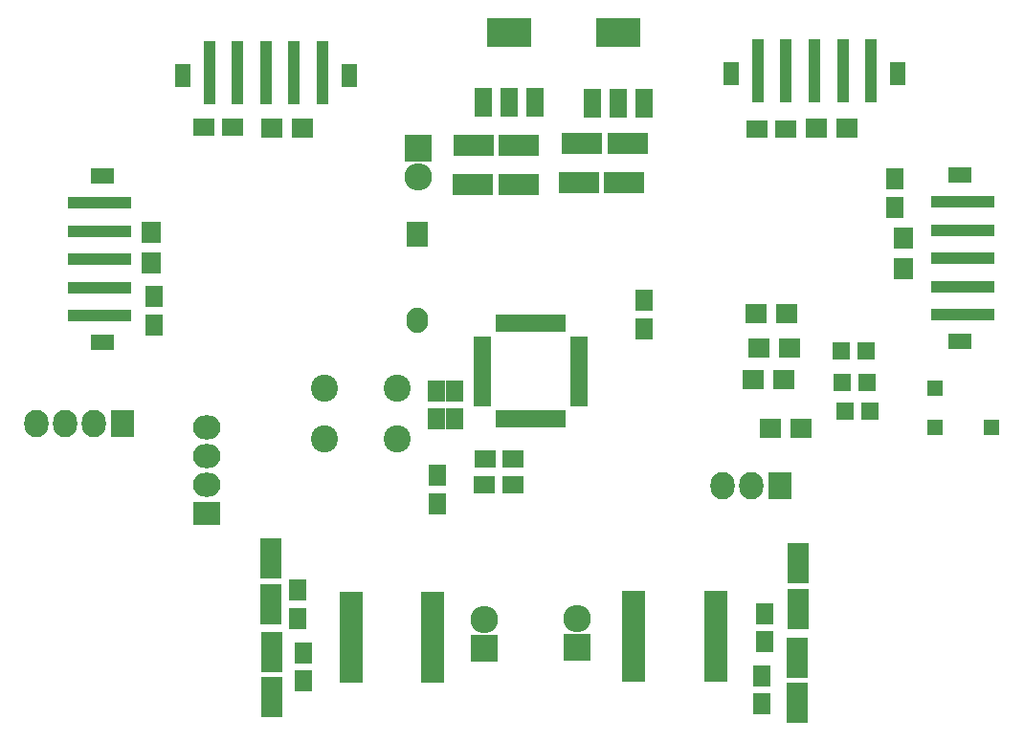
<source format=gbr>
G04 #@! TF.FileFunction,Soldermask,Top*
%FSLAX46Y46*%
G04 Gerber Fmt 4.6, Leading zero omitted, Abs format (unit mm)*
G04 Created by KiCad (PCBNEW 4.0.4-stable) date 11/02/17 14:02:35*
%MOMM*%
%LPD*%
G01*
G04 APERTURE LIST*
%ADD10C,0.100000*%
%ADD11R,1.400000X1.400000*%
%ADD12R,1.700000X1.900000*%
%ADD13R,5.600000X1.000000*%
%ADD14R,2.000000X1.400000*%
%ADD15R,2.127200X2.432000*%
%ADD16O,2.127200X2.432000*%
%ADD17R,2.150000X0.850000*%
%ADD18C,2.400000*%
%ADD19R,2.432000X2.432000*%
%ADD20O,2.432000X2.432000*%
%ADD21R,2.432000X2.127200*%
%ADD22O,2.432000X2.127200*%
%ADD23R,1.924000X2.224000*%
%ADD24O,1.924000X2.224000*%
%ADD25R,1.600000X2.600000*%
%ADD26R,3.900000X2.600000*%
%ADD27R,1.000000X5.600000*%
%ADD28R,1.400000X2.000000*%
%ADD29R,0.700000X1.600000*%
%ADD30R,1.600000X0.700000*%
%ADD31R,1.900000X1.650000*%
%ADD32R,1.650000X1.900000*%
%ADD33R,1.900000X1.700000*%
%ADD34R,3.600000X1.900000*%
%ADD35R,1.900000X3.600000*%
%ADD36R,1.600000X1.600000*%
G04 APERTURE END LIST*
D10*
D11*
X183174000Y-113058000D03*
X183174000Y-116558000D03*
X188174000Y-116558000D03*
D12*
X113792000Y-99234000D03*
X113792000Y-101934000D03*
D13*
X185636500Y-96553500D03*
X185636500Y-99053500D03*
X185636500Y-101553500D03*
X185636500Y-104053500D03*
X185636500Y-106553500D03*
D14*
X185382500Y-94204000D03*
X185382500Y-108936000D03*
D15*
X111290000Y-116220000D03*
D16*
X108750000Y-116220000D03*
X106210000Y-116220000D03*
X103670000Y-116220000D03*
D17*
X156540000Y-131435000D03*
X156540000Y-132085000D03*
X156540000Y-132735000D03*
X156540000Y-133385000D03*
X156540000Y-134035000D03*
X156540000Y-134685000D03*
X156540000Y-135335000D03*
X156540000Y-135985000D03*
X156540000Y-136635000D03*
X156540000Y-137285000D03*
X156540000Y-137935000D03*
X156540000Y-138585000D03*
X163740000Y-138585000D03*
X163740000Y-137935000D03*
X163740000Y-137285000D03*
X163740000Y-136635000D03*
X163740000Y-135985000D03*
X163740000Y-135335000D03*
X163740000Y-134685000D03*
X163740000Y-134035000D03*
X163740000Y-133385000D03*
X163740000Y-132735000D03*
X163740000Y-132085000D03*
X163740000Y-131435000D03*
X138710000Y-138695000D03*
X138710000Y-138045000D03*
X138710000Y-137395000D03*
X138710000Y-136745000D03*
X138710000Y-136095000D03*
X138710000Y-135445000D03*
X138710000Y-134795000D03*
X138710000Y-134145000D03*
X138710000Y-133495000D03*
X138710000Y-132845000D03*
X138710000Y-132195000D03*
X138710000Y-131545000D03*
X131510000Y-131545000D03*
X131510000Y-132195000D03*
X131510000Y-132845000D03*
X131510000Y-133495000D03*
X131510000Y-134145000D03*
X131510000Y-134795000D03*
X131510000Y-135445000D03*
X131510000Y-136095000D03*
X131510000Y-136745000D03*
X131510000Y-137395000D03*
X131510000Y-138045000D03*
X131510000Y-138695000D03*
D18*
X129110000Y-117540000D03*
X129110000Y-113040000D03*
X135610000Y-117540000D03*
X135610000Y-113040000D03*
D19*
X137410000Y-91780000D03*
D20*
X137410000Y-94320000D03*
D21*
X118710000Y-124170000D03*
D22*
X118710000Y-121630000D03*
X118710000Y-119090000D03*
X118710000Y-116550000D03*
D19*
X151480000Y-136030000D03*
D20*
X151480000Y-133490000D03*
D15*
X169418000Y-121666000D03*
D16*
X166878000Y-121666000D03*
X164338000Y-121666000D03*
D19*
X143290000Y-136050000D03*
D20*
X143290000Y-133510000D03*
D23*
X137360000Y-99410000D03*
D24*
X137360000Y-107030000D03*
D25*
X143184568Y-87741830D03*
X145484568Y-87741830D03*
X147784568Y-87741830D03*
D26*
X145484568Y-81541830D03*
D27*
X118983500Y-85143500D03*
X121483500Y-85143500D03*
X123983500Y-85143500D03*
X126483500Y-85143500D03*
X128983500Y-85143500D03*
D28*
X116634000Y-85397500D03*
X131366000Y-85397500D03*
D13*
X109253500Y-106626500D03*
X109253500Y-104126500D03*
X109253500Y-101626500D03*
X109253500Y-99126500D03*
X109253500Y-96626500D03*
D14*
X109507500Y-108976000D03*
X109507500Y-94244000D03*
D27*
X167500000Y-84943500D03*
X170000000Y-84943500D03*
X172500000Y-84943500D03*
X175000000Y-84943500D03*
X177500000Y-84943500D03*
D28*
X165150500Y-85197500D03*
X179882500Y-85197500D03*
D25*
X152824568Y-87791830D03*
X155124568Y-87791830D03*
X157424568Y-87791830D03*
D26*
X155124568Y-81591830D03*
D29*
X144640000Y-115780000D03*
X145140000Y-115780000D03*
X145640000Y-115780000D03*
X146140000Y-115780000D03*
X146640000Y-115780000D03*
X147140000Y-115780000D03*
X147640000Y-115780000D03*
X148140000Y-115780000D03*
X148640000Y-115780000D03*
X149140000Y-115780000D03*
X149640000Y-115780000D03*
X150140000Y-115780000D03*
D30*
X151640000Y-114280000D03*
X151640000Y-113780000D03*
X151640000Y-113280000D03*
X151640000Y-112780000D03*
X151640000Y-112280000D03*
X151640000Y-111780000D03*
X151640000Y-111280000D03*
X151640000Y-110780000D03*
X151640000Y-110280000D03*
X151640000Y-109780000D03*
X151640000Y-109280000D03*
X151640000Y-108780000D03*
D29*
X150140000Y-107280000D03*
X149640000Y-107280000D03*
X149140000Y-107280000D03*
X148640000Y-107280000D03*
X148140000Y-107280000D03*
X147640000Y-107280000D03*
X147140000Y-107280000D03*
X146640000Y-107280000D03*
X146140000Y-107280000D03*
X145640000Y-107280000D03*
X145140000Y-107280000D03*
X144640000Y-107280000D03*
D30*
X143140000Y-108780000D03*
X143140000Y-109280000D03*
X143140000Y-109780000D03*
X143140000Y-110280000D03*
X143140000Y-110780000D03*
X143140000Y-111280000D03*
X143140000Y-111780000D03*
X143140000Y-112280000D03*
X143140000Y-112780000D03*
X143140000Y-113280000D03*
X143140000Y-113780000D03*
X143140000Y-114280000D03*
D31*
X120990000Y-89930000D03*
X118490000Y-89930000D03*
D32*
X114046000Y-104922000D03*
X114046000Y-107422000D03*
X179578000Y-97008000D03*
X179578000Y-94508000D03*
D31*
X169930000Y-90080000D03*
X167430000Y-90080000D03*
D32*
X139160000Y-123260000D03*
X139160000Y-120760000D03*
D31*
X145850000Y-119290000D03*
X143350000Y-119290000D03*
X145820000Y-121600000D03*
X143320000Y-121600000D03*
D32*
X126820000Y-133420000D03*
X126820000Y-130920000D03*
X168080000Y-133010000D03*
X168080000Y-135510000D03*
X127250000Y-138980000D03*
X127250000Y-136480000D03*
X167820000Y-138530000D03*
X167820000Y-141030000D03*
D33*
X127170000Y-90050000D03*
X124470000Y-90050000D03*
D12*
X180340000Y-102442000D03*
X180340000Y-99742000D03*
D33*
X175400000Y-90000000D03*
X172700000Y-90000000D03*
X169752000Y-112268000D03*
X167052000Y-112268000D03*
X170006000Y-106426000D03*
X167306000Y-106426000D03*
X170260000Y-109474000D03*
X167560000Y-109474000D03*
X171276000Y-116586000D03*
X168576000Y-116586000D03*
D34*
X146308548Y-95031830D03*
X142308548Y-95031830D03*
X146334568Y-91571830D03*
X142334568Y-91571830D03*
X155680000Y-94820000D03*
X151680000Y-94820000D03*
X155954568Y-91391830D03*
X151954568Y-91391830D03*
D35*
X124370000Y-132150000D03*
X124370000Y-128150000D03*
X171060000Y-128570000D03*
X171060000Y-132570000D03*
X124460000Y-136430000D03*
X124460000Y-140430000D03*
X171010000Y-140930000D03*
X171010000Y-136930000D03*
D32*
X157390000Y-105280000D03*
X157390000Y-107780000D03*
X140700000Y-115800000D03*
X140700000Y-113300000D03*
X139040000Y-115790000D03*
X139040000Y-113290000D03*
D36*
X174838000Y-109728000D03*
X177038000Y-109728000D03*
X174922000Y-112522000D03*
X177122000Y-112522000D03*
X175176000Y-115062000D03*
X177376000Y-115062000D03*
M02*

</source>
